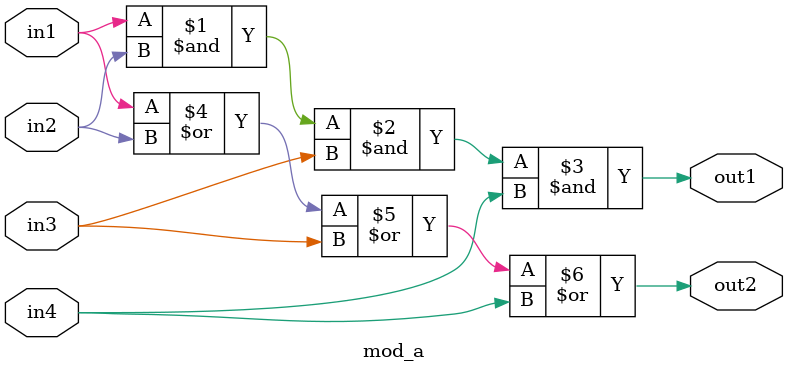
<source format=v>
module P20 (
    input  a,
    input  b,
    input  c,
    input  d,
    output out1,
    output out2
);
  // 请用户在下方编辑代码
  mod_a ma (
      out1,
      out2,
      a,
      b,
      c,
      d
  );
  // 用户编辑到此为止
endmodule

module mod_a (
    output out1,
    out2,
    input  in1,
    in2,
    in3,
    in4
);
  assign out1 = in1 & in2 & in3 & in4;  //这只是一个简单的示例
  assign out2 = in1 | in2 | in3 | in4;  //这只是一个简单的示例
endmodule

</source>
